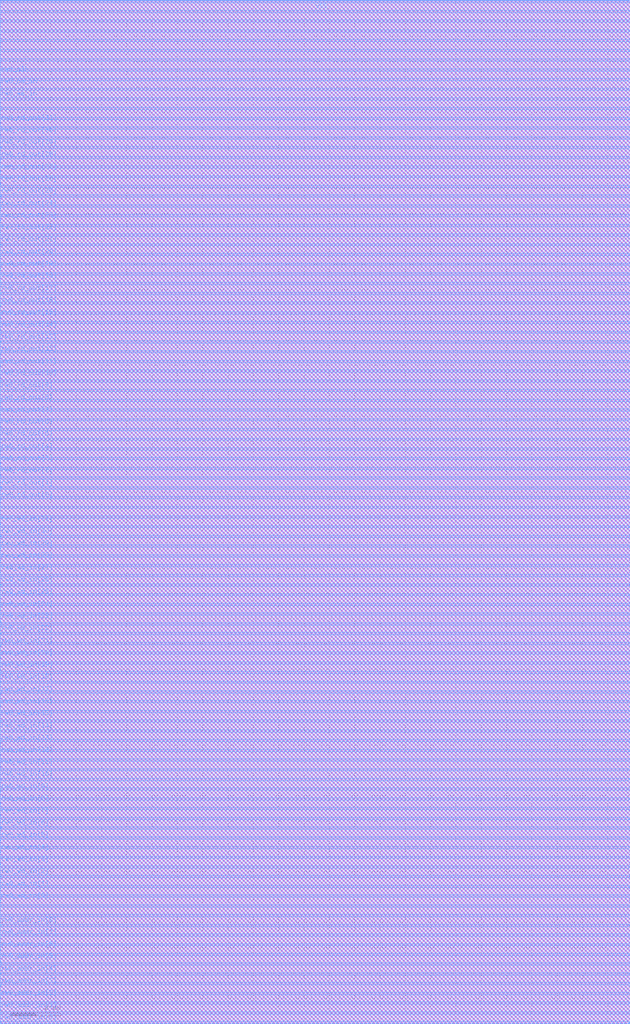
<source format=lef>
# Generated by FakeRAM 2.0
VERSION 5.7 ;
BUSBITCHARS "[]" ;
PROPERTYDEFINITIONS
  MACRO width INTEGER ;
  MACRO depth INTEGER ;
  MACRO banks INTEGER ;
END PROPERTYDEFINITIONS
MACRO liteeth_1rw1r_32w384d_32_sram
  PROPERTY width 32 ;
  PROPERTY depth 384 ;
  PROPERTY banks 1 ;
  FOREIGN liteeth_1rw1r_32w384d_32_sram 0 0 ;
  SYMMETRY X Y R90 ;
  SIZE 24.884 BY 40.436 ;
  CLASS BLOCK ;
  PIN r0_addr_in[0]
    DIRECTION INPUT ;
    USE SIGNAL ;
    SHAPE ABUTMENT ;
    PORT
      LAYER M4 ;
      RECT 24.860 0.048 24.884 0.072 ;
    END
  END r0_addr_in[0]
  PIN r0_addr_in[1]
    DIRECTION INPUT ;
    USE SIGNAL ;
    SHAPE ABUTMENT ;
    PORT
      LAYER M4 ;
      RECT 24.860 0.528 24.884 0.552 ;
    END
  END r0_addr_in[1]
  PIN r0_addr_in[2]
    DIRECTION INPUT ;
    USE SIGNAL ;
    SHAPE ABUTMENT ;
    PORT
      LAYER M4 ;
      RECT 24.860 1.008 24.884 1.032 ;
    END
  END r0_addr_in[2]
  PIN r0_addr_in[3]
    DIRECTION INPUT ;
    USE SIGNAL ;
    SHAPE ABUTMENT ;
    PORT
      LAYER M4 ;
      RECT 24.860 1.488 24.884 1.512 ;
    END
  END r0_addr_in[3]
  PIN r0_addr_in[4]
    DIRECTION INPUT ;
    USE SIGNAL ;
    SHAPE ABUTMENT ;
    PORT
      LAYER M4 ;
      RECT 24.860 1.968 24.884 1.992 ;
    END
  END r0_addr_in[4]
  PIN r0_addr_in[5]
    DIRECTION INPUT ;
    USE SIGNAL ;
    SHAPE ABUTMENT ;
    PORT
      LAYER M4 ;
      RECT 24.860 2.448 24.884 2.472 ;
    END
  END r0_addr_in[5]
  PIN r0_addr_in[6]
    DIRECTION INPUT ;
    USE SIGNAL ;
    SHAPE ABUTMENT ;
    PORT
      LAYER M4 ;
      RECT 24.860 2.928 24.884 2.952 ;
    END
  END r0_addr_in[6]
  PIN r0_addr_in[7]
    DIRECTION INPUT ;
    USE SIGNAL ;
    SHAPE ABUTMENT ;
    PORT
      LAYER M4 ;
      RECT 24.860 3.408 24.884 3.432 ;
    END
  END r0_addr_in[7]
  PIN r0_addr_in[8]
    DIRECTION INPUT ;
    USE SIGNAL ;
    SHAPE ABUTMENT ;
    PORT
      LAYER M4 ;
      RECT 24.860 3.888 24.884 3.912 ;
    END
  END r0_addr_in[8]
  PIN r0_rd_out[0]
    DIRECTION OUTPUT ;
    USE SIGNAL ;
    SHAPE ABUTMENT ;
    PORT
      LAYER M4 ;
      RECT 24.860 4.848 24.884 4.872 ;
    END
  END r0_rd_out[0]
  PIN r0_rd_out[1]
    DIRECTION OUTPUT ;
    USE SIGNAL ;
    SHAPE ABUTMENT ;
    PORT
      LAYER M4 ;
      RECT 24.860 5.328 24.884 5.352 ;
    END
  END r0_rd_out[1]
  PIN r0_rd_out[2]
    DIRECTION OUTPUT ;
    USE SIGNAL ;
    SHAPE ABUTMENT ;
    PORT
      LAYER M4 ;
      RECT 24.860 5.808 24.884 5.832 ;
    END
  END r0_rd_out[2]
  PIN r0_rd_out[3]
    DIRECTION OUTPUT ;
    USE SIGNAL ;
    SHAPE ABUTMENT ;
    PORT
      LAYER M4 ;
      RECT 24.860 6.288 24.884 6.312 ;
    END
  END r0_rd_out[3]
  PIN r0_rd_out[4]
    DIRECTION OUTPUT ;
    USE SIGNAL ;
    SHAPE ABUTMENT ;
    PORT
      LAYER M4 ;
      RECT 24.860 6.768 24.884 6.792 ;
    END
  END r0_rd_out[4]
  PIN r0_rd_out[5]
    DIRECTION OUTPUT ;
    USE SIGNAL ;
    SHAPE ABUTMENT ;
    PORT
      LAYER M4 ;
      RECT 24.860 7.248 24.884 7.272 ;
    END
  END r0_rd_out[5]
  PIN r0_rd_out[6]
    DIRECTION OUTPUT ;
    USE SIGNAL ;
    SHAPE ABUTMENT ;
    PORT
      LAYER M4 ;
      RECT 24.860 7.728 24.884 7.752 ;
    END
  END r0_rd_out[6]
  PIN r0_rd_out[7]
    DIRECTION OUTPUT ;
    USE SIGNAL ;
    SHAPE ABUTMENT ;
    PORT
      LAYER M4 ;
      RECT 24.860 8.208 24.884 8.232 ;
    END
  END r0_rd_out[7]
  PIN r0_rd_out[8]
    DIRECTION OUTPUT ;
    USE SIGNAL ;
    SHAPE ABUTMENT ;
    PORT
      LAYER M4 ;
      RECT 24.860 8.688 24.884 8.712 ;
    END
  END r0_rd_out[8]
  PIN r0_rd_out[9]
    DIRECTION OUTPUT ;
    USE SIGNAL ;
    SHAPE ABUTMENT ;
    PORT
      LAYER M4 ;
      RECT 24.860 9.168 24.884 9.192 ;
    END
  END r0_rd_out[9]
  PIN r0_rd_out[10]
    DIRECTION OUTPUT ;
    USE SIGNAL ;
    SHAPE ABUTMENT ;
    PORT
      LAYER M4 ;
      RECT 24.860 9.648 24.884 9.672 ;
    END
  END r0_rd_out[10]
  PIN r0_rd_out[11]
    DIRECTION OUTPUT ;
    USE SIGNAL ;
    SHAPE ABUTMENT ;
    PORT
      LAYER M4 ;
      RECT 24.860 10.128 24.884 10.152 ;
    END
  END r0_rd_out[11]
  PIN r0_rd_out[12]
    DIRECTION OUTPUT ;
    USE SIGNAL ;
    SHAPE ABUTMENT ;
    PORT
      LAYER M4 ;
      RECT 24.860 10.608 24.884 10.632 ;
    END
  END r0_rd_out[12]
  PIN r0_rd_out[13]
    DIRECTION OUTPUT ;
    USE SIGNAL ;
    SHAPE ABUTMENT ;
    PORT
      LAYER M4 ;
      RECT 24.860 11.088 24.884 11.112 ;
    END
  END r0_rd_out[13]
  PIN r0_rd_out[14]
    DIRECTION OUTPUT ;
    USE SIGNAL ;
    SHAPE ABUTMENT ;
    PORT
      LAYER M4 ;
      RECT 24.860 11.568 24.884 11.592 ;
    END
  END r0_rd_out[14]
  PIN r0_rd_out[15]
    DIRECTION OUTPUT ;
    USE SIGNAL ;
    SHAPE ABUTMENT ;
    PORT
      LAYER M4 ;
      RECT 24.860 12.048 24.884 12.072 ;
    END
  END r0_rd_out[15]
  PIN r0_rd_out[16]
    DIRECTION OUTPUT ;
    USE SIGNAL ;
    SHAPE ABUTMENT ;
    PORT
      LAYER M4 ;
      RECT 24.860 12.528 24.884 12.552 ;
    END
  END r0_rd_out[16]
  PIN r0_rd_out[17]
    DIRECTION OUTPUT ;
    USE SIGNAL ;
    SHAPE ABUTMENT ;
    PORT
      LAYER M4 ;
      RECT 24.860 13.008 24.884 13.032 ;
    END
  END r0_rd_out[17]
  PIN r0_rd_out[18]
    DIRECTION OUTPUT ;
    USE SIGNAL ;
    SHAPE ABUTMENT ;
    PORT
      LAYER M4 ;
      RECT 24.860 13.488 24.884 13.512 ;
    END
  END r0_rd_out[18]
  PIN r0_rd_out[19]
    DIRECTION OUTPUT ;
    USE SIGNAL ;
    SHAPE ABUTMENT ;
    PORT
      LAYER M4 ;
      RECT 24.860 13.968 24.884 13.992 ;
    END
  END r0_rd_out[19]
  PIN r0_rd_out[20]
    DIRECTION OUTPUT ;
    USE SIGNAL ;
    SHAPE ABUTMENT ;
    PORT
      LAYER M4 ;
      RECT 24.860 14.448 24.884 14.472 ;
    END
  END r0_rd_out[20]
  PIN r0_rd_out[21]
    DIRECTION OUTPUT ;
    USE SIGNAL ;
    SHAPE ABUTMENT ;
    PORT
      LAYER M4 ;
      RECT 24.860 14.928 24.884 14.952 ;
    END
  END r0_rd_out[21]
  PIN r0_rd_out[22]
    DIRECTION OUTPUT ;
    USE SIGNAL ;
    SHAPE ABUTMENT ;
    PORT
      LAYER M4 ;
      RECT 24.860 15.408 24.884 15.432 ;
    END
  END r0_rd_out[22]
  PIN r0_rd_out[23]
    DIRECTION OUTPUT ;
    USE SIGNAL ;
    SHAPE ABUTMENT ;
    PORT
      LAYER M4 ;
      RECT 24.860 15.888 24.884 15.912 ;
    END
  END r0_rd_out[23]
  PIN r0_rd_out[24]
    DIRECTION OUTPUT ;
    USE SIGNAL ;
    SHAPE ABUTMENT ;
    PORT
      LAYER M4 ;
      RECT 24.860 16.368 24.884 16.392 ;
    END
  END r0_rd_out[24]
  PIN r0_rd_out[25]
    DIRECTION OUTPUT ;
    USE SIGNAL ;
    SHAPE ABUTMENT ;
    PORT
      LAYER M4 ;
      RECT 24.860 16.848 24.884 16.872 ;
    END
  END r0_rd_out[25]
  PIN r0_rd_out[26]
    DIRECTION OUTPUT ;
    USE SIGNAL ;
    SHAPE ABUTMENT ;
    PORT
      LAYER M4 ;
      RECT 24.860 17.328 24.884 17.352 ;
    END
  END r0_rd_out[26]
  PIN r0_rd_out[27]
    DIRECTION OUTPUT ;
    USE SIGNAL ;
    SHAPE ABUTMENT ;
    PORT
      LAYER M4 ;
      RECT 24.860 17.808 24.884 17.832 ;
    END
  END r0_rd_out[27]
  PIN r0_rd_out[28]
    DIRECTION OUTPUT ;
    USE SIGNAL ;
    SHAPE ABUTMENT ;
    PORT
      LAYER M4 ;
      RECT 24.860 18.288 24.884 18.312 ;
    END
  END r0_rd_out[28]
  PIN r0_rd_out[29]
    DIRECTION OUTPUT ;
    USE SIGNAL ;
    SHAPE ABUTMENT ;
    PORT
      LAYER M4 ;
      RECT 24.860 18.768 24.884 18.792 ;
    END
  END r0_rd_out[29]
  PIN r0_rd_out[30]
    DIRECTION OUTPUT ;
    USE SIGNAL ;
    SHAPE ABUTMENT ;
    PORT
      LAYER M4 ;
      RECT 24.860 19.248 24.884 19.272 ;
    END
  END r0_rd_out[30]
  PIN r0_rd_out[31]
    DIRECTION OUTPUT ;
    USE SIGNAL ;
    SHAPE ABUTMENT ;
    PORT
      LAYER M4 ;
      RECT 24.860 19.728 24.884 19.752 ;
    END
  END r0_rd_out[31]
  PIN r0_ce_in
    DIRECTION INPUT ;
    USE SIGNAL ;
    SHAPE ABUTMENT ;
    PORT
      LAYER M4 ;
      RECT 24.860 20.688 24.884 20.712 ;
    END
  END r0_ce_in
  PIN r0_clk
    DIRECTION INPUT ;
    USE SIGNAL ;
    SHAPE ABUTMENT ;
    PORT
      LAYER M4 ;
      RECT 24.860 21.168 24.884 21.192 ;
    END
  END r0_clk
  PIN rw0_addr_in[0]
    DIRECTION INPUT ;
    USE SIGNAL ;
    SHAPE ABUTMENT ;
    PORT
      LAYER M4 ;
      RECT 0.000 0.048 0.024 0.072 ;
    END
  END rw0_addr_in[0]
  PIN rw0_addr_in[1]
    DIRECTION INPUT ;
    USE SIGNAL ;
    SHAPE ABUTMENT ;
    PORT
      LAYER M4 ;
      RECT 0.000 0.528 0.024 0.552 ;
    END
  END rw0_addr_in[1]
  PIN rw0_addr_in[2]
    DIRECTION INPUT ;
    USE SIGNAL ;
    SHAPE ABUTMENT ;
    PORT
      LAYER M4 ;
      RECT 0.000 1.008 0.024 1.032 ;
    END
  END rw0_addr_in[2]
  PIN rw0_addr_in[3]
    DIRECTION INPUT ;
    USE SIGNAL ;
    SHAPE ABUTMENT ;
    PORT
      LAYER M4 ;
      RECT 0.000 1.488 0.024 1.512 ;
    END
  END rw0_addr_in[3]
  PIN rw0_addr_in[4]
    DIRECTION INPUT ;
    USE SIGNAL ;
    SHAPE ABUTMENT ;
    PORT
      LAYER M4 ;
      RECT 0.000 1.968 0.024 1.992 ;
    END
  END rw0_addr_in[4]
  PIN rw0_addr_in[5]
    DIRECTION INPUT ;
    USE SIGNAL ;
    SHAPE ABUTMENT ;
    PORT
      LAYER M4 ;
      RECT 0.000 2.448 0.024 2.472 ;
    END
  END rw0_addr_in[5]
  PIN rw0_addr_in[6]
    DIRECTION INPUT ;
    USE SIGNAL ;
    SHAPE ABUTMENT ;
    PORT
      LAYER M4 ;
      RECT 0.000 2.928 0.024 2.952 ;
    END
  END rw0_addr_in[6]
  PIN rw0_addr_in[7]
    DIRECTION INPUT ;
    USE SIGNAL ;
    SHAPE ABUTMENT ;
    PORT
      LAYER M4 ;
      RECT 0.000 3.408 0.024 3.432 ;
    END
  END rw0_addr_in[7]
  PIN rw0_addr_in[8]
    DIRECTION INPUT ;
    USE SIGNAL ;
    SHAPE ABUTMENT ;
    PORT
      LAYER M4 ;
      RECT 0.000 3.888 0.024 3.912 ;
    END
  END rw0_addr_in[8]
  PIN rw0_wd_in[0]
    DIRECTION INPUT ;
    USE SIGNAL ;
    SHAPE ABUTMENT ;
    PORT
      LAYER M4 ;
      RECT 0.000 4.848 0.024 4.872 ;
    END
  END rw0_wd_in[0]
  PIN rw0_wd_in[1]
    DIRECTION INPUT ;
    USE SIGNAL ;
    SHAPE ABUTMENT ;
    PORT
      LAYER M4 ;
      RECT 0.000 5.328 0.024 5.352 ;
    END
  END rw0_wd_in[1]
  PIN rw0_wd_in[2]
    DIRECTION INPUT ;
    USE SIGNAL ;
    SHAPE ABUTMENT ;
    PORT
      LAYER M4 ;
      RECT 0.000 5.808 0.024 5.832 ;
    END
  END rw0_wd_in[2]
  PIN rw0_wd_in[3]
    DIRECTION INPUT ;
    USE SIGNAL ;
    SHAPE ABUTMENT ;
    PORT
      LAYER M4 ;
      RECT 0.000 6.288 0.024 6.312 ;
    END
  END rw0_wd_in[3]
  PIN rw0_wd_in[4]
    DIRECTION INPUT ;
    USE SIGNAL ;
    SHAPE ABUTMENT ;
    PORT
      LAYER M4 ;
      RECT 0.000 6.768 0.024 6.792 ;
    END
  END rw0_wd_in[4]
  PIN rw0_wd_in[5]
    DIRECTION INPUT ;
    USE SIGNAL ;
    SHAPE ABUTMENT ;
    PORT
      LAYER M4 ;
      RECT 0.000 7.248 0.024 7.272 ;
    END
  END rw0_wd_in[5]
  PIN rw0_wd_in[6]
    DIRECTION INPUT ;
    USE SIGNAL ;
    SHAPE ABUTMENT ;
    PORT
      LAYER M4 ;
      RECT 0.000 7.728 0.024 7.752 ;
    END
  END rw0_wd_in[6]
  PIN rw0_wd_in[7]
    DIRECTION INPUT ;
    USE SIGNAL ;
    SHAPE ABUTMENT ;
    PORT
      LAYER M4 ;
      RECT 0.000 8.208 0.024 8.232 ;
    END
  END rw0_wd_in[7]
  PIN rw0_wd_in[8]
    DIRECTION INPUT ;
    USE SIGNAL ;
    SHAPE ABUTMENT ;
    PORT
      LAYER M4 ;
      RECT 0.000 8.688 0.024 8.712 ;
    END
  END rw0_wd_in[8]
  PIN rw0_wd_in[9]
    DIRECTION INPUT ;
    USE SIGNAL ;
    SHAPE ABUTMENT ;
    PORT
      LAYER M4 ;
      RECT 0.000 9.168 0.024 9.192 ;
    END
  END rw0_wd_in[9]
  PIN rw0_wd_in[10]
    DIRECTION INPUT ;
    USE SIGNAL ;
    SHAPE ABUTMENT ;
    PORT
      LAYER M4 ;
      RECT 0.000 9.648 0.024 9.672 ;
    END
  END rw0_wd_in[10]
  PIN rw0_wd_in[11]
    DIRECTION INPUT ;
    USE SIGNAL ;
    SHAPE ABUTMENT ;
    PORT
      LAYER M4 ;
      RECT 0.000 10.128 0.024 10.152 ;
    END
  END rw0_wd_in[11]
  PIN rw0_wd_in[12]
    DIRECTION INPUT ;
    USE SIGNAL ;
    SHAPE ABUTMENT ;
    PORT
      LAYER M4 ;
      RECT 0.000 10.608 0.024 10.632 ;
    END
  END rw0_wd_in[12]
  PIN rw0_wd_in[13]
    DIRECTION INPUT ;
    USE SIGNAL ;
    SHAPE ABUTMENT ;
    PORT
      LAYER M4 ;
      RECT 0.000 11.088 0.024 11.112 ;
    END
  END rw0_wd_in[13]
  PIN rw0_wd_in[14]
    DIRECTION INPUT ;
    USE SIGNAL ;
    SHAPE ABUTMENT ;
    PORT
      LAYER M4 ;
      RECT 0.000 11.568 0.024 11.592 ;
    END
  END rw0_wd_in[14]
  PIN rw0_wd_in[15]
    DIRECTION INPUT ;
    USE SIGNAL ;
    SHAPE ABUTMENT ;
    PORT
      LAYER M4 ;
      RECT 0.000 12.048 0.024 12.072 ;
    END
  END rw0_wd_in[15]
  PIN rw0_wd_in[16]
    DIRECTION INPUT ;
    USE SIGNAL ;
    SHAPE ABUTMENT ;
    PORT
      LAYER M4 ;
      RECT 0.000 12.528 0.024 12.552 ;
    END
  END rw0_wd_in[16]
  PIN rw0_wd_in[17]
    DIRECTION INPUT ;
    USE SIGNAL ;
    SHAPE ABUTMENT ;
    PORT
      LAYER M4 ;
      RECT 0.000 13.008 0.024 13.032 ;
    END
  END rw0_wd_in[17]
  PIN rw0_wd_in[18]
    DIRECTION INPUT ;
    USE SIGNAL ;
    SHAPE ABUTMENT ;
    PORT
      LAYER M4 ;
      RECT 0.000 13.488 0.024 13.512 ;
    END
  END rw0_wd_in[18]
  PIN rw0_wd_in[19]
    DIRECTION INPUT ;
    USE SIGNAL ;
    SHAPE ABUTMENT ;
    PORT
      LAYER M4 ;
      RECT 0.000 13.968 0.024 13.992 ;
    END
  END rw0_wd_in[19]
  PIN rw0_wd_in[20]
    DIRECTION INPUT ;
    USE SIGNAL ;
    SHAPE ABUTMENT ;
    PORT
      LAYER M4 ;
      RECT 0.000 14.448 0.024 14.472 ;
    END
  END rw0_wd_in[20]
  PIN rw0_wd_in[21]
    DIRECTION INPUT ;
    USE SIGNAL ;
    SHAPE ABUTMENT ;
    PORT
      LAYER M4 ;
      RECT 0.000 14.928 0.024 14.952 ;
    END
  END rw0_wd_in[21]
  PIN rw0_wd_in[22]
    DIRECTION INPUT ;
    USE SIGNAL ;
    SHAPE ABUTMENT ;
    PORT
      LAYER M4 ;
      RECT 0.000 15.408 0.024 15.432 ;
    END
  END rw0_wd_in[22]
  PIN rw0_wd_in[23]
    DIRECTION INPUT ;
    USE SIGNAL ;
    SHAPE ABUTMENT ;
    PORT
      LAYER M4 ;
      RECT 0.000 15.888 0.024 15.912 ;
    END
  END rw0_wd_in[23]
  PIN rw0_wd_in[24]
    DIRECTION INPUT ;
    USE SIGNAL ;
    SHAPE ABUTMENT ;
    PORT
      LAYER M4 ;
      RECT 0.000 16.368 0.024 16.392 ;
    END
  END rw0_wd_in[24]
  PIN rw0_wd_in[25]
    DIRECTION INPUT ;
    USE SIGNAL ;
    SHAPE ABUTMENT ;
    PORT
      LAYER M4 ;
      RECT 0.000 16.848 0.024 16.872 ;
    END
  END rw0_wd_in[25]
  PIN rw0_wd_in[26]
    DIRECTION INPUT ;
    USE SIGNAL ;
    SHAPE ABUTMENT ;
    PORT
      LAYER M4 ;
      RECT 0.000 17.328 0.024 17.352 ;
    END
  END rw0_wd_in[26]
  PIN rw0_wd_in[27]
    DIRECTION INPUT ;
    USE SIGNAL ;
    SHAPE ABUTMENT ;
    PORT
      LAYER M4 ;
      RECT 0.000 17.808 0.024 17.832 ;
    END
  END rw0_wd_in[27]
  PIN rw0_wd_in[28]
    DIRECTION INPUT ;
    USE SIGNAL ;
    SHAPE ABUTMENT ;
    PORT
      LAYER M4 ;
      RECT 0.000 18.288 0.024 18.312 ;
    END
  END rw0_wd_in[28]
  PIN rw0_wd_in[29]
    DIRECTION INPUT ;
    USE SIGNAL ;
    SHAPE ABUTMENT ;
    PORT
      LAYER M4 ;
      RECT 0.000 18.768 0.024 18.792 ;
    END
  END rw0_wd_in[29]
  PIN rw0_wd_in[30]
    DIRECTION INPUT ;
    USE SIGNAL ;
    SHAPE ABUTMENT ;
    PORT
      LAYER M4 ;
      RECT 0.000 19.248 0.024 19.272 ;
    END
  END rw0_wd_in[30]
  PIN rw0_wd_in[31]
    DIRECTION INPUT ;
    USE SIGNAL ;
    SHAPE ABUTMENT ;
    PORT
      LAYER M4 ;
      RECT 0.000 19.728 0.024 19.752 ;
    END
  END rw0_wd_in[31]
  PIN rw0_rd_out[0]
    DIRECTION OUTPUT ;
    USE SIGNAL ;
    SHAPE ABUTMENT ;
    PORT
      LAYER M4 ;
      RECT 0.000 20.688 0.024 20.712 ;
    END
  END rw0_rd_out[0]
  PIN rw0_rd_out[1]
    DIRECTION OUTPUT ;
    USE SIGNAL ;
    SHAPE ABUTMENT ;
    PORT
      LAYER M4 ;
      RECT 0.000 21.168 0.024 21.192 ;
    END
  END rw0_rd_out[1]
  PIN rw0_rd_out[2]
    DIRECTION OUTPUT ;
    USE SIGNAL ;
    SHAPE ABUTMENT ;
    PORT
      LAYER M4 ;
      RECT 0.000 21.648 0.024 21.672 ;
    END
  END rw0_rd_out[2]
  PIN rw0_rd_out[3]
    DIRECTION OUTPUT ;
    USE SIGNAL ;
    SHAPE ABUTMENT ;
    PORT
      LAYER M4 ;
      RECT 0.000 22.128 0.024 22.152 ;
    END
  END rw0_rd_out[3]
  PIN rw0_rd_out[4]
    DIRECTION OUTPUT ;
    USE SIGNAL ;
    SHAPE ABUTMENT ;
    PORT
      LAYER M4 ;
      RECT 0.000 22.608 0.024 22.632 ;
    END
  END rw0_rd_out[4]
  PIN rw0_rd_out[5]
    DIRECTION OUTPUT ;
    USE SIGNAL ;
    SHAPE ABUTMENT ;
    PORT
      LAYER M4 ;
      RECT 0.000 23.088 0.024 23.112 ;
    END
  END rw0_rd_out[5]
  PIN rw0_rd_out[6]
    DIRECTION OUTPUT ;
    USE SIGNAL ;
    SHAPE ABUTMENT ;
    PORT
      LAYER M4 ;
      RECT 0.000 23.568 0.024 23.592 ;
    END
  END rw0_rd_out[6]
  PIN rw0_rd_out[7]
    DIRECTION OUTPUT ;
    USE SIGNAL ;
    SHAPE ABUTMENT ;
    PORT
      LAYER M4 ;
      RECT 0.000 24.048 0.024 24.072 ;
    END
  END rw0_rd_out[7]
  PIN rw0_rd_out[8]
    DIRECTION OUTPUT ;
    USE SIGNAL ;
    SHAPE ABUTMENT ;
    PORT
      LAYER M4 ;
      RECT 0.000 24.528 0.024 24.552 ;
    END
  END rw0_rd_out[8]
  PIN rw0_rd_out[9]
    DIRECTION OUTPUT ;
    USE SIGNAL ;
    SHAPE ABUTMENT ;
    PORT
      LAYER M4 ;
      RECT 0.000 25.008 0.024 25.032 ;
    END
  END rw0_rd_out[9]
  PIN rw0_rd_out[10]
    DIRECTION OUTPUT ;
    USE SIGNAL ;
    SHAPE ABUTMENT ;
    PORT
      LAYER M4 ;
      RECT 0.000 25.488 0.024 25.512 ;
    END
  END rw0_rd_out[10]
  PIN rw0_rd_out[11]
    DIRECTION OUTPUT ;
    USE SIGNAL ;
    SHAPE ABUTMENT ;
    PORT
      LAYER M4 ;
      RECT 0.000 25.968 0.024 25.992 ;
    END
  END rw0_rd_out[11]
  PIN rw0_rd_out[12]
    DIRECTION OUTPUT ;
    USE SIGNAL ;
    SHAPE ABUTMENT ;
    PORT
      LAYER M4 ;
      RECT 0.000 26.448 0.024 26.472 ;
    END
  END rw0_rd_out[12]
  PIN rw0_rd_out[13]
    DIRECTION OUTPUT ;
    USE SIGNAL ;
    SHAPE ABUTMENT ;
    PORT
      LAYER M4 ;
      RECT 0.000 26.928 0.024 26.952 ;
    END
  END rw0_rd_out[13]
  PIN rw0_rd_out[14]
    DIRECTION OUTPUT ;
    USE SIGNAL ;
    SHAPE ABUTMENT ;
    PORT
      LAYER M4 ;
      RECT 0.000 27.408 0.024 27.432 ;
    END
  END rw0_rd_out[14]
  PIN rw0_rd_out[15]
    DIRECTION OUTPUT ;
    USE SIGNAL ;
    SHAPE ABUTMENT ;
    PORT
      LAYER M4 ;
      RECT 0.000 27.888 0.024 27.912 ;
    END
  END rw0_rd_out[15]
  PIN rw0_rd_out[16]
    DIRECTION OUTPUT ;
    USE SIGNAL ;
    SHAPE ABUTMENT ;
    PORT
      LAYER M4 ;
      RECT 0.000 28.368 0.024 28.392 ;
    END
  END rw0_rd_out[16]
  PIN rw0_rd_out[17]
    DIRECTION OUTPUT ;
    USE SIGNAL ;
    SHAPE ABUTMENT ;
    PORT
      LAYER M4 ;
      RECT 0.000 28.848 0.024 28.872 ;
    END
  END rw0_rd_out[17]
  PIN rw0_rd_out[18]
    DIRECTION OUTPUT ;
    USE SIGNAL ;
    SHAPE ABUTMENT ;
    PORT
      LAYER M4 ;
      RECT 0.000 29.328 0.024 29.352 ;
    END
  END rw0_rd_out[18]
  PIN rw0_rd_out[19]
    DIRECTION OUTPUT ;
    USE SIGNAL ;
    SHAPE ABUTMENT ;
    PORT
      LAYER M4 ;
      RECT 0.000 29.808 0.024 29.832 ;
    END
  END rw0_rd_out[19]
  PIN rw0_rd_out[20]
    DIRECTION OUTPUT ;
    USE SIGNAL ;
    SHAPE ABUTMENT ;
    PORT
      LAYER M4 ;
      RECT 0.000 30.288 0.024 30.312 ;
    END
  END rw0_rd_out[20]
  PIN rw0_rd_out[21]
    DIRECTION OUTPUT ;
    USE SIGNAL ;
    SHAPE ABUTMENT ;
    PORT
      LAYER M4 ;
      RECT 0.000 30.768 0.024 30.792 ;
    END
  END rw0_rd_out[21]
  PIN rw0_rd_out[22]
    DIRECTION OUTPUT ;
    USE SIGNAL ;
    SHAPE ABUTMENT ;
    PORT
      LAYER M4 ;
      RECT 0.000 31.248 0.024 31.272 ;
    END
  END rw0_rd_out[22]
  PIN rw0_rd_out[23]
    DIRECTION OUTPUT ;
    USE SIGNAL ;
    SHAPE ABUTMENT ;
    PORT
      LAYER M4 ;
      RECT 0.000 31.728 0.024 31.752 ;
    END
  END rw0_rd_out[23]
  PIN rw0_rd_out[24]
    DIRECTION OUTPUT ;
    USE SIGNAL ;
    SHAPE ABUTMENT ;
    PORT
      LAYER M4 ;
      RECT 0.000 32.208 0.024 32.232 ;
    END
  END rw0_rd_out[24]
  PIN rw0_rd_out[25]
    DIRECTION OUTPUT ;
    USE SIGNAL ;
    SHAPE ABUTMENT ;
    PORT
      LAYER M4 ;
      RECT 0.000 32.688 0.024 32.712 ;
    END
  END rw0_rd_out[25]
  PIN rw0_rd_out[26]
    DIRECTION OUTPUT ;
    USE SIGNAL ;
    SHAPE ABUTMENT ;
    PORT
      LAYER M4 ;
      RECT 0.000 33.168 0.024 33.192 ;
    END
  END rw0_rd_out[26]
  PIN rw0_rd_out[27]
    DIRECTION OUTPUT ;
    USE SIGNAL ;
    SHAPE ABUTMENT ;
    PORT
      LAYER M4 ;
      RECT 0.000 33.648 0.024 33.672 ;
    END
  END rw0_rd_out[27]
  PIN rw0_rd_out[28]
    DIRECTION OUTPUT ;
    USE SIGNAL ;
    SHAPE ABUTMENT ;
    PORT
      LAYER M4 ;
      RECT 0.000 34.128 0.024 34.152 ;
    END
  END rw0_rd_out[28]
  PIN rw0_rd_out[29]
    DIRECTION OUTPUT ;
    USE SIGNAL ;
    SHAPE ABUTMENT ;
    PORT
      LAYER M4 ;
      RECT 0.000 34.608 0.024 34.632 ;
    END
  END rw0_rd_out[29]
  PIN rw0_rd_out[30]
    DIRECTION OUTPUT ;
    USE SIGNAL ;
    SHAPE ABUTMENT ;
    PORT
      LAYER M4 ;
      RECT 0.000 35.088 0.024 35.112 ;
    END
  END rw0_rd_out[30]
  PIN rw0_rd_out[31]
    DIRECTION OUTPUT ;
    USE SIGNAL ;
    SHAPE ABUTMENT ;
    PORT
      LAYER M4 ;
      RECT 0.000 35.568 0.024 35.592 ;
    END
  END rw0_rd_out[31]
  PIN rw0_we_in
    DIRECTION INPUT ;
    USE SIGNAL ;
    SHAPE ABUTMENT ;
    PORT
      LAYER M4 ;
      RECT 0.000 36.528 0.024 36.552 ;
    END
  END rw0_we_in
  PIN rw0_ce_in
    DIRECTION INPUT ;
    USE SIGNAL ;
    SHAPE ABUTMENT ;
    PORT
      LAYER M4 ;
      RECT 0.000 37.008 0.024 37.032 ;
    END
  END rw0_ce_in
  PIN rw0_clk
    DIRECTION INPUT ;
    USE SIGNAL ;
    SHAPE ABUTMENT ;
    PORT
      LAYER M4 ;
      RECT 0.000 37.488 0.024 37.512 ;
    END
  END rw0_clk
  PIN VSS
    DIRECTION INOUT ;
    USE GROUND ;
    PORT
      LAYER M4 ;
      RECT 0.048 0.000 24.836 0.096 ;
      RECT 0.048 0.768 24.836 0.864 ;
      RECT 0.048 1.536 24.836 1.632 ;
      RECT 0.048 2.304 24.836 2.400 ;
      RECT 0.048 3.072 24.836 3.168 ;
      RECT 0.048 3.840 24.836 3.936 ;
      RECT 0.048 4.608 24.836 4.704 ;
      RECT 0.048 5.376 24.836 5.472 ;
      RECT 0.048 6.144 24.836 6.240 ;
      RECT 0.048 6.912 24.836 7.008 ;
      RECT 0.048 7.680 24.836 7.776 ;
      RECT 0.048 8.448 24.836 8.544 ;
      RECT 0.048 9.216 24.836 9.312 ;
      RECT 0.048 9.984 24.836 10.080 ;
      RECT 0.048 10.752 24.836 10.848 ;
      RECT 0.048 11.520 24.836 11.616 ;
      RECT 0.048 12.288 24.836 12.384 ;
      RECT 0.048 13.056 24.836 13.152 ;
      RECT 0.048 13.824 24.836 13.920 ;
      RECT 0.048 14.592 24.836 14.688 ;
      RECT 0.048 15.360 24.836 15.456 ;
      RECT 0.048 16.128 24.836 16.224 ;
      RECT 0.048 16.896 24.836 16.992 ;
      RECT 0.048 17.664 24.836 17.760 ;
      RECT 0.048 18.432 24.836 18.528 ;
      RECT 0.048 19.200 24.836 19.296 ;
      RECT 0.048 19.968 24.836 20.064 ;
      RECT 0.048 20.736 24.836 20.832 ;
      RECT 0.048 21.504 24.836 21.600 ;
      RECT 0.048 22.272 24.836 22.368 ;
      RECT 0.048 23.040 24.836 23.136 ;
      RECT 0.048 23.808 24.836 23.904 ;
      RECT 0.048 24.576 24.836 24.672 ;
      RECT 0.048 25.344 24.836 25.440 ;
      RECT 0.048 26.112 24.836 26.208 ;
      RECT 0.048 26.880 24.836 26.976 ;
      RECT 0.048 27.648 24.836 27.744 ;
      RECT 0.048 28.416 24.836 28.512 ;
      RECT 0.048 29.184 24.836 29.280 ;
      RECT 0.048 29.952 24.836 30.048 ;
      RECT 0.048 30.720 24.836 30.816 ;
      RECT 0.048 31.488 24.836 31.584 ;
      RECT 0.048 32.256 24.836 32.352 ;
      RECT 0.048 33.024 24.836 33.120 ;
      RECT 0.048 33.792 24.836 33.888 ;
      RECT 0.048 34.560 24.836 34.656 ;
      RECT 0.048 35.328 24.836 35.424 ;
      RECT 0.048 36.096 24.836 36.192 ;
      RECT 0.048 36.864 24.836 36.960 ;
      RECT 0.048 37.632 24.836 37.728 ;
      RECT 0.048 38.400 24.836 38.496 ;
      RECT 0.048 39.168 24.836 39.264 ;
      RECT 0.048 39.936 24.836 40.032 ;
    END
  END VSS
  PIN VDD
    DIRECTION INOUT ;
    USE POWER ;
    PORT
      LAYER M4 ;
      RECT 0.048 0.384 24.836 0.480 ;
      RECT 0.048 1.152 24.836 1.248 ;
      RECT 0.048 1.920 24.836 2.016 ;
      RECT 0.048 2.688 24.836 2.784 ;
      RECT 0.048 3.456 24.836 3.552 ;
      RECT 0.048 4.224 24.836 4.320 ;
      RECT 0.048 4.992 24.836 5.088 ;
      RECT 0.048 5.760 24.836 5.856 ;
      RECT 0.048 6.528 24.836 6.624 ;
      RECT 0.048 7.296 24.836 7.392 ;
      RECT 0.048 8.064 24.836 8.160 ;
      RECT 0.048 8.832 24.836 8.928 ;
      RECT 0.048 9.600 24.836 9.696 ;
      RECT 0.048 10.368 24.836 10.464 ;
      RECT 0.048 11.136 24.836 11.232 ;
      RECT 0.048 11.904 24.836 12.000 ;
      RECT 0.048 12.672 24.836 12.768 ;
      RECT 0.048 13.440 24.836 13.536 ;
      RECT 0.048 14.208 24.836 14.304 ;
      RECT 0.048 14.976 24.836 15.072 ;
      RECT 0.048 15.744 24.836 15.840 ;
      RECT 0.048 16.512 24.836 16.608 ;
      RECT 0.048 17.280 24.836 17.376 ;
      RECT 0.048 18.048 24.836 18.144 ;
      RECT 0.048 18.816 24.836 18.912 ;
      RECT 0.048 19.584 24.836 19.680 ;
      RECT 0.048 20.352 24.836 20.448 ;
      RECT 0.048 21.120 24.836 21.216 ;
      RECT 0.048 21.888 24.836 21.984 ;
      RECT 0.048 22.656 24.836 22.752 ;
      RECT 0.048 23.424 24.836 23.520 ;
      RECT 0.048 24.192 24.836 24.288 ;
      RECT 0.048 24.960 24.836 25.056 ;
      RECT 0.048 25.728 24.836 25.824 ;
      RECT 0.048 26.496 24.836 26.592 ;
      RECT 0.048 27.264 24.836 27.360 ;
      RECT 0.048 28.032 24.836 28.128 ;
      RECT 0.048 28.800 24.836 28.896 ;
      RECT 0.048 29.568 24.836 29.664 ;
      RECT 0.048 30.336 24.836 30.432 ;
      RECT 0.048 31.104 24.836 31.200 ;
      RECT 0.048 31.872 24.836 31.968 ;
      RECT 0.048 32.640 24.836 32.736 ;
      RECT 0.048 33.408 24.836 33.504 ;
      RECT 0.048 34.176 24.836 34.272 ;
      RECT 0.048 34.944 24.836 35.040 ;
      RECT 0.048 35.712 24.836 35.808 ;
      RECT 0.048 36.480 24.836 36.576 ;
      RECT 0.048 37.248 24.836 37.344 ;
      RECT 0.048 38.016 24.836 38.112 ;
      RECT 0.048 38.784 24.836 38.880 ;
      RECT 0.048 39.552 24.836 39.648 ;
      RECT 0.048 40.320 24.836 40.416 ;
    END
  END VDD
  OBS
    LAYER M1 ;
    RECT 0 0 24.884 40.436 ;
    LAYER M2 ;
    RECT 0 0 24.884 40.436 ;
    LAYER M3 ;
    RECT 0 0 24.884 40.436 ;
    LAYER M4 ;
    RECT 0 0 24.884 40.436 ;
  END
END liteeth_1rw1r_32w384d_32_sram

END LIBRARY

</source>
